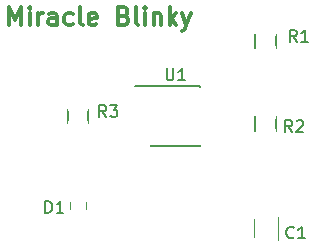
<source format=gto>
G04 #@! TF.FileFunction,Legend,Top*
%FSLAX46Y46*%
G04 Gerber Fmt 4.6, Leading zero omitted, Abs format (unit mm)*
G04 Created by KiCad (PCBNEW 4.0.4-stable) date 01/29/17 13:46:40*
%MOMM*%
%LPD*%
G01*
G04 APERTURE LIST*
%ADD10C,0.100000*%
%ADD11C,0.300000*%
%ADD12C,0.120000*%
%ADD13C,0.150000*%
%ADD14R,2.000000X2.400000*%
%ADD15R,1.600000X1.600000*%
%ADD16R,1.700000X1.900000*%
%ADD17R,1.950000X1.000000*%
G04 APERTURE END LIST*
D10*
D11*
X134505858Y-95801571D02*
X134505858Y-94301571D01*
X135005858Y-95373000D01*
X135505858Y-94301571D01*
X135505858Y-95801571D01*
X136220144Y-95801571D02*
X136220144Y-94801571D01*
X136220144Y-94301571D02*
X136148715Y-94373000D01*
X136220144Y-94444429D01*
X136291572Y-94373000D01*
X136220144Y-94301571D01*
X136220144Y-94444429D01*
X136934430Y-95801571D02*
X136934430Y-94801571D01*
X136934430Y-95087286D02*
X137005858Y-94944429D01*
X137077287Y-94873000D01*
X137220144Y-94801571D01*
X137363001Y-94801571D01*
X138505858Y-95801571D02*
X138505858Y-95015857D01*
X138434429Y-94873000D01*
X138291572Y-94801571D01*
X138005858Y-94801571D01*
X137863001Y-94873000D01*
X138505858Y-95730143D02*
X138363001Y-95801571D01*
X138005858Y-95801571D01*
X137863001Y-95730143D01*
X137791572Y-95587286D01*
X137791572Y-95444429D01*
X137863001Y-95301571D01*
X138005858Y-95230143D01*
X138363001Y-95230143D01*
X138505858Y-95158714D01*
X139863001Y-95730143D02*
X139720144Y-95801571D01*
X139434430Y-95801571D01*
X139291572Y-95730143D01*
X139220144Y-95658714D01*
X139148715Y-95515857D01*
X139148715Y-95087286D01*
X139220144Y-94944429D01*
X139291572Y-94873000D01*
X139434430Y-94801571D01*
X139720144Y-94801571D01*
X139863001Y-94873000D01*
X140720144Y-95801571D02*
X140577286Y-95730143D01*
X140505858Y-95587286D01*
X140505858Y-94301571D01*
X141863000Y-95730143D02*
X141720143Y-95801571D01*
X141434429Y-95801571D01*
X141291572Y-95730143D01*
X141220143Y-95587286D01*
X141220143Y-95015857D01*
X141291572Y-94873000D01*
X141434429Y-94801571D01*
X141720143Y-94801571D01*
X141863000Y-94873000D01*
X141934429Y-95015857D01*
X141934429Y-95158714D01*
X141220143Y-95301571D01*
X144220143Y-95015857D02*
X144434429Y-95087286D01*
X144505857Y-95158714D01*
X144577286Y-95301571D01*
X144577286Y-95515857D01*
X144505857Y-95658714D01*
X144434429Y-95730143D01*
X144291571Y-95801571D01*
X143720143Y-95801571D01*
X143720143Y-94301571D01*
X144220143Y-94301571D01*
X144363000Y-94373000D01*
X144434429Y-94444429D01*
X144505857Y-94587286D01*
X144505857Y-94730143D01*
X144434429Y-94873000D01*
X144363000Y-94944429D01*
X144220143Y-95015857D01*
X143720143Y-95015857D01*
X145434429Y-95801571D02*
X145291571Y-95730143D01*
X145220143Y-95587286D01*
X145220143Y-94301571D01*
X146005857Y-95801571D02*
X146005857Y-94801571D01*
X146005857Y-94301571D02*
X145934428Y-94373000D01*
X146005857Y-94444429D01*
X146077285Y-94373000D01*
X146005857Y-94301571D01*
X146005857Y-94444429D01*
X146720143Y-94801571D02*
X146720143Y-95801571D01*
X146720143Y-94944429D02*
X146791571Y-94873000D01*
X146934429Y-94801571D01*
X147148714Y-94801571D01*
X147291571Y-94873000D01*
X147363000Y-95015857D01*
X147363000Y-95801571D01*
X148077286Y-95801571D02*
X148077286Y-94301571D01*
X148220143Y-95230143D02*
X148648714Y-95801571D01*
X148648714Y-94801571D02*
X148077286Y-95373000D01*
X149148715Y-94801571D02*
X149505858Y-95801571D01*
X149863000Y-94801571D02*
X149505858Y-95801571D01*
X149363000Y-96158714D01*
X149291572Y-96230143D01*
X149148715Y-96301571D01*
D12*
X157235000Y-114030000D02*
X157235000Y-112030000D01*
X155185000Y-112030000D02*
X155185000Y-114030000D01*
X139635000Y-112925000D02*
X141035000Y-112925000D01*
X141035000Y-112925000D02*
X141035000Y-110125000D01*
X139635000Y-112925000D02*
X139635000Y-110125000D01*
D13*
X155335000Y-97755000D02*
X155335000Y-96555000D01*
X157085000Y-96555000D02*
X157085000Y-97755000D01*
X155335000Y-104740000D02*
X155335000Y-103540000D01*
X157085000Y-103540000D02*
X157085000Y-104740000D01*
X139460000Y-104105000D02*
X139460000Y-102905000D01*
X141210000Y-102905000D02*
X141210000Y-104105000D01*
X146515000Y-100930000D02*
X146515000Y-100980000D01*
X150665000Y-100930000D02*
X150665000Y-101075000D01*
X150665000Y-106080000D02*
X150665000Y-105935000D01*
X146515000Y-106080000D02*
X146515000Y-105935000D01*
X146515000Y-100930000D02*
X150665000Y-100930000D01*
X146515000Y-106080000D02*
X150665000Y-106080000D01*
X146515000Y-100980000D02*
X145115000Y-100980000D01*
X158583334Y-113768143D02*
X158535715Y-113815762D01*
X158392858Y-113863381D01*
X158297620Y-113863381D01*
X158154762Y-113815762D01*
X158059524Y-113720524D01*
X158011905Y-113625286D01*
X157964286Y-113434810D01*
X157964286Y-113291952D01*
X158011905Y-113101476D01*
X158059524Y-113006238D01*
X158154762Y-112911000D01*
X158297620Y-112863381D01*
X158392858Y-112863381D01*
X158535715Y-112911000D01*
X158583334Y-112958619D01*
X159535715Y-113863381D02*
X158964286Y-113863381D01*
X159250000Y-113863381D02*
X159250000Y-112863381D01*
X159154762Y-113006238D01*
X159059524Y-113101476D01*
X158964286Y-113149095D01*
X137564905Y-111704381D02*
X137564905Y-110704381D01*
X137803000Y-110704381D01*
X137945858Y-110752000D01*
X138041096Y-110847238D01*
X138088715Y-110942476D01*
X138136334Y-111132952D01*
X138136334Y-111275810D01*
X138088715Y-111466286D01*
X138041096Y-111561524D01*
X137945858Y-111656762D01*
X137803000Y-111704381D01*
X137564905Y-111704381D01*
X139088715Y-111704381D02*
X138517286Y-111704381D01*
X138803000Y-111704381D02*
X138803000Y-110704381D01*
X138707762Y-110847238D01*
X138612524Y-110942476D01*
X138517286Y-110990095D01*
X158837334Y-97226381D02*
X158504000Y-96750190D01*
X158265905Y-97226381D02*
X158265905Y-96226381D01*
X158646858Y-96226381D01*
X158742096Y-96274000D01*
X158789715Y-96321619D01*
X158837334Y-96416857D01*
X158837334Y-96559714D01*
X158789715Y-96654952D01*
X158742096Y-96702571D01*
X158646858Y-96750190D01*
X158265905Y-96750190D01*
X159789715Y-97226381D02*
X159218286Y-97226381D01*
X159504000Y-97226381D02*
X159504000Y-96226381D01*
X159408762Y-96369238D01*
X159313524Y-96464476D01*
X159218286Y-96512095D01*
X158456334Y-104846381D02*
X158123000Y-104370190D01*
X157884905Y-104846381D02*
X157884905Y-103846381D01*
X158265858Y-103846381D01*
X158361096Y-103894000D01*
X158408715Y-103941619D01*
X158456334Y-104036857D01*
X158456334Y-104179714D01*
X158408715Y-104274952D01*
X158361096Y-104322571D01*
X158265858Y-104370190D01*
X157884905Y-104370190D01*
X158837286Y-103941619D02*
X158884905Y-103894000D01*
X158980143Y-103846381D01*
X159218239Y-103846381D01*
X159313477Y-103894000D01*
X159361096Y-103941619D01*
X159408715Y-104036857D01*
X159408715Y-104132095D01*
X159361096Y-104274952D01*
X158789667Y-104846381D01*
X159408715Y-104846381D01*
X142708334Y-103576381D02*
X142375000Y-103100190D01*
X142136905Y-103576381D02*
X142136905Y-102576381D01*
X142517858Y-102576381D01*
X142613096Y-102624000D01*
X142660715Y-102671619D01*
X142708334Y-102766857D01*
X142708334Y-102909714D01*
X142660715Y-103004952D01*
X142613096Y-103052571D01*
X142517858Y-103100190D01*
X142136905Y-103100190D01*
X143041667Y-102576381D02*
X143660715Y-102576381D01*
X143327381Y-102957333D01*
X143470239Y-102957333D01*
X143565477Y-103004952D01*
X143613096Y-103052571D01*
X143660715Y-103147810D01*
X143660715Y-103385905D01*
X143613096Y-103481143D01*
X143565477Y-103528762D01*
X143470239Y-103576381D01*
X143184524Y-103576381D01*
X143089286Y-103528762D01*
X143041667Y-103481143D01*
X147828095Y-99457381D02*
X147828095Y-100266905D01*
X147875714Y-100362143D01*
X147923333Y-100409762D01*
X148018571Y-100457381D01*
X148209048Y-100457381D01*
X148304286Y-100409762D01*
X148351905Y-100362143D01*
X148399524Y-100266905D01*
X148399524Y-99457381D01*
X149399524Y-100457381D02*
X148828095Y-100457381D01*
X149113809Y-100457381D02*
X149113809Y-99457381D01*
X149018571Y-99600238D01*
X148923333Y-99695476D01*
X148828095Y-99743095D01*
%LPC*%
D14*
X156210000Y-111030000D03*
X156210000Y-115030000D03*
D15*
X140335000Y-110025000D03*
X140335000Y-112225000D03*
D16*
X156210000Y-95805000D03*
X156210000Y-98505000D03*
X156210000Y-102790000D03*
X156210000Y-105490000D03*
X140335000Y-102155000D03*
X140335000Y-104855000D03*
D17*
X145890000Y-101600000D03*
X145890000Y-102870000D03*
X145890000Y-104140000D03*
X145890000Y-105410000D03*
X151290000Y-105410000D03*
X151290000Y-104140000D03*
X151290000Y-102870000D03*
X151290000Y-101600000D03*
M02*

</source>
